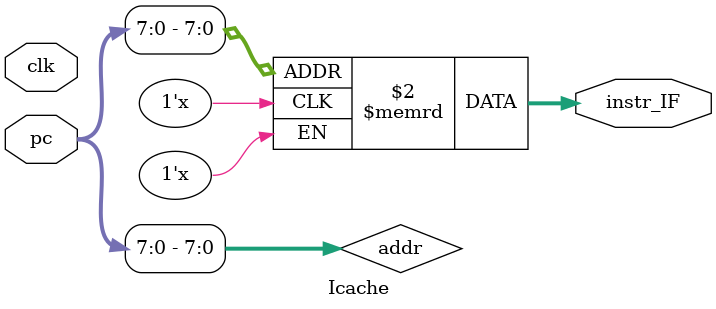
<source format=v>

module Icache (
    input clk,
    input [32-1: 0] pc,
    output reg [32-1: 0] instr_IF
        );

    wire [8-1: 0] addr;
    reg [32-1: 0] mem [256-1: 0];

    assign addr = pc [8-1: 0];
    
    always @(*) begin
        instr_IF = mem [addr];
    end

endmodule











</source>
